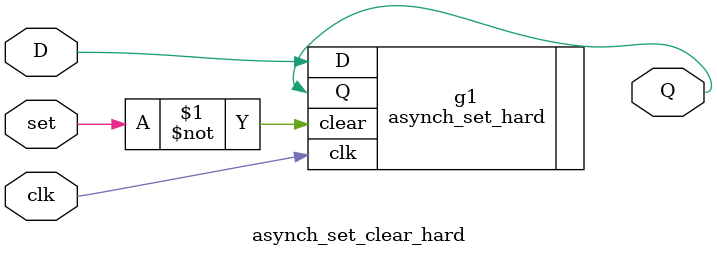
<source format=v>
module asynch_set_clear_hard(input D,clk,set,output  Q    );

asynch_set_hard g1 ( .D(D),.clk(clk),.clear(~set),.Q(Q) );

endmodule

</source>
